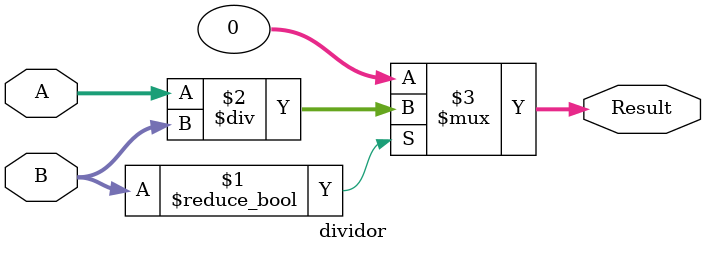
<source format=v>
module dividor(
    input  [15:0] A,
    input  [15:0] B,
    output [31:0] Result
);
    assign Result = (B != 0) ? A / B : 32'b0;  // Prevent divide by zero
endmodule

</source>
